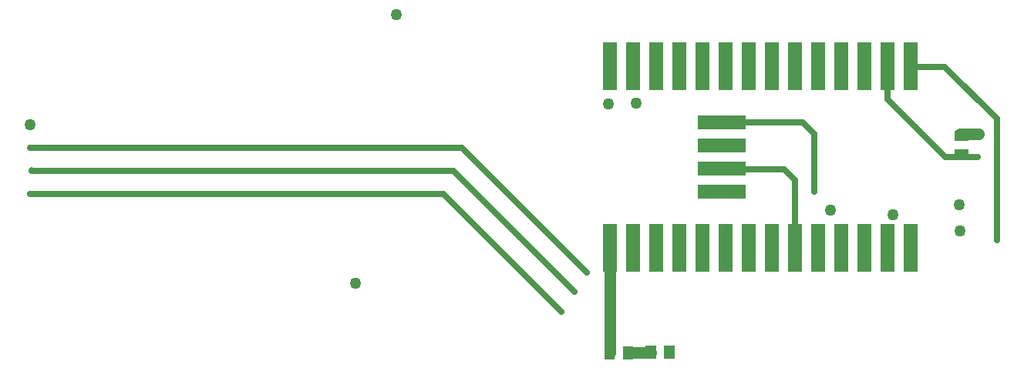
<source format=gbl>
G04 Layer: BottomLayer*
G04 EasyEDA v6.4.31, 2022-02-02 03:50:30*
G04 0b916ec405ec4e9094bbf8359c402fb2,658f5e24285b455797eae137c281a567,10*
G04 Gerber Generator version 0.2*
G04 Scale: 100 percent, Rotated: No, Reflected: No *
G04 Dimensions in millimeters *
G04 leading zeros omitted , absolute positions ,4 integer and 5 decimal *
%FSLAX45Y45*%
%MOMM*%

%ADD11C,0.6350*%
%ADD12C,1.2700*%

%LPD*%
D12*
X7101840Y-3522979D02*
G01*
X7101840Y-2373891D01*
X7105911Y-2369820D01*
D11*
X11353800Y-2283460D02*
G01*
X11351259Y-2283460D01*
X11351259Y-949960D01*
X10782300Y-381000D01*
X10414000Y-381000D01*
X8361685Y-375920D02*
G01*
X8361685Y-375920D01*
X8361679Y-375920D01*
X9017000Y-1506220D02*
G01*
X9017000Y-1506220D01*
X9138920Y-1628139D01*
X9137853Y-2369921D01*
X8333740Y-1506220D02*
G01*
X9017000Y-1506220D01*
X8333740Y-988060D02*
G01*
X9217659Y-988060D01*
X9349740Y-1120139D01*
X9349740Y-1755139D01*
D12*
X7551420Y-3517902D02*
G01*
X7307577Y-3517902D01*
D11*
X751837Y-1518920D02*
G01*
X5382259Y-1518920D01*
X6718300Y-2854960D01*
X739142Y-1772920D02*
G01*
X5273040Y-1772920D01*
X6570979Y-3070860D01*
X6854697Y-2644139D02*
G01*
X5475477Y-1264920D01*
X739139Y-1264920D01*
D12*
X10951463Y-1115060D02*
G01*
X11150600Y-1112520D01*
D11*
X10939779Y-1160779D02*
G01*
X11150600Y-1112520D01*
X10149840Y-378460D02*
G01*
X10149840Y-731520D01*
X10787379Y-1369060D01*
X11142979Y-1369060D01*
G36*
X11038662Y-1399108D02*
G01*
X11038662Y-1283106D01*
X10891672Y-1283106D01*
X10891672Y-1399108D01*
G37*
G36*
X11038662Y-1195908D02*
G01*
X11038662Y-1079906D01*
X10891672Y-1079906D01*
X10891672Y-1195908D01*
G37*
G36*
X7043839Y-3595479D02*
G01*
X7159840Y-3595479D01*
X7159840Y-3450480D01*
X7043839Y-3450480D01*
G37*
G36*
X7247039Y-3595479D02*
G01*
X7363040Y-3595479D01*
X7363040Y-3450480D01*
X7247039Y-3450480D01*
G37*
G36*
X7815160Y-3447940D02*
G01*
X7699159Y-3447940D01*
X7699159Y-3592939D01*
X7815160Y-3592939D01*
G37*
G36*
X7611960Y-3447940D02*
G01*
X7495959Y-3447940D01*
X7495959Y-3592939D01*
X7611960Y-3592939D01*
G37*
G36*
X10485120Y-634740D02*
G01*
X10485120Y-106939D01*
X10332720Y-106939D01*
X10332720Y-634740D01*
G37*
G36*
X10231120Y-634740D02*
G01*
X10231120Y-106939D01*
X10078720Y-106939D01*
X10078720Y-634740D01*
G37*
G36*
X9977120Y-634740D02*
G01*
X9977120Y-106939D01*
X9824720Y-106939D01*
X9824720Y-634740D01*
G37*
G36*
X9723120Y-634740D02*
G01*
X9723120Y-106939D01*
X9570720Y-106939D01*
X9570720Y-634740D01*
G37*
G36*
X9469120Y-634740D02*
G01*
X9469120Y-106939D01*
X9316720Y-106939D01*
X9316720Y-634740D01*
G37*
G36*
X9215120Y-634740D02*
G01*
X9215120Y-106939D01*
X9062720Y-106939D01*
X9062720Y-634740D01*
G37*
G36*
X8961120Y-634740D02*
G01*
X8961120Y-106939D01*
X8808720Y-106939D01*
X8808720Y-634740D01*
G37*
G36*
X8707120Y-634740D02*
G01*
X8707120Y-106939D01*
X8554720Y-106939D01*
X8554720Y-634740D01*
G37*
G36*
X8453120Y-634740D02*
G01*
X8453120Y-106939D01*
X8300720Y-106939D01*
X8300720Y-634740D01*
G37*
G36*
X8199120Y-634740D02*
G01*
X8199120Y-106939D01*
X8046720Y-106939D01*
X8046720Y-634740D01*
G37*
G36*
X7945120Y-634740D02*
G01*
X7945120Y-106939D01*
X7792720Y-106939D01*
X7792720Y-634740D01*
G37*
G36*
X7691120Y-634740D02*
G01*
X7691120Y-106939D01*
X7538720Y-106939D01*
X7538720Y-634740D01*
G37*
G36*
X7437120Y-634740D02*
G01*
X7437120Y-106939D01*
X7284720Y-106939D01*
X7284720Y-634740D01*
G37*
G36*
X7183120Y-634740D02*
G01*
X7183120Y-106939D01*
X7030720Y-106939D01*
X7030720Y-634740D01*
G37*
G36*
X10484060Y-2633819D02*
G01*
X10484060Y-2106018D01*
X10331660Y-2106018D01*
X10331660Y-2633819D01*
G37*
G36*
X10230060Y-2633819D02*
G01*
X10230060Y-2106018D01*
X10077660Y-2106018D01*
X10077660Y-2633819D01*
G37*
G36*
X9976060Y-2633819D02*
G01*
X9976060Y-2106018D01*
X9823660Y-2106018D01*
X9823660Y-2633819D01*
G37*
G36*
X9722060Y-2633819D02*
G01*
X9722060Y-2106018D01*
X9569660Y-2106018D01*
X9569660Y-2633819D01*
G37*
G36*
X9468060Y-2633819D02*
G01*
X9468060Y-2106018D01*
X9315660Y-2106018D01*
X9315660Y-2633819D01*
G37*
G36*
X9214060Y-2633819D02*
G01*
X9214060Y-2106018D01*
X9061660Y-2106018D01*
X9061660Y-2633819D01*
G37*
G36*
X8960060Y-2633819D02*
G01*
X8960060Y-2106018D01*
X8807660Y-2106018D01*
X8807660Y-2633819D01*
G37*
G36*
X8706060Y-2633819D02*
G01*
X8706060Y-2106018D01*
X8553660Y-2106018D01*
X8553660Y-2633819D01*
G37*
G36*
X8452060Y-2633819D02*
G01*
X8452060Y-2106018D01*
X8299660Y-2106018D01*
X8299660Y-2633819D01*
G37*
G36*
X8198060Y-2633819D02*
G01*
X8198060Y-2106018D01*
X8045660Y-2106018D01*
X8045660Y-2633819D01*
G37*
G36*
X7944060Y-2633819D02*
G01*
X7944060Y-2106018D01*
X7791660Y-2106018D01*
X7791660Y-2633819D01*
G37*
G36*
X7690060Y-2633819D02*
G01*
X7690060Y-2106018D01*
X7537660Y-2106018D01*
X7537660Y-2633819D01*
G37*
G36*
X7436060Y-2633819D02*
G01*
X7436060Y-2106018D01*
X7283660Y-2106018D01*
X7283660Y-2633819D01*
G37*
G36*
X7182060Y-2633819D02*
G01*
X7182060Y-2106018D01*
X7029660Y-2106018D01*
X7029660Y-2633819D01*
G37*
G36*
X8069839Y-1826260D02*
G01*
X8597640Y-1826260D01*
X8597640Y-1673860D01*
X8069839Y-1673860D01*
G37*
G36*
X8069839Y-1572260D02*
G01*
X8597640Y-1572260D01*
X8597640Y-1419860D01*
X8069839Y-1419860D01*
G37*
G36*
X8069839Y-1318260D02*
G01*
X8597640Y-1318260D01*
X8597640Y-1165860D01*
X8069839Y-1165860D01*
G37*
G36*
X8069839Y-1064260D02*
G01*
X8597640Y-1064260D01*
X8597640Y-911860D01*
X8069839Y-911860D01*
G37*
G01*
X9903459Y-276860D03*
G01*
X9646920Y-185420D03*
G01*
X9141459Y-586739D03*
G01*
X10154920Y-2534920D03*
D12*
G01*
X10944859Y-2184400D03*
G01*
X4757420Y195579D03*
G01*
X4312920Y-2758439D03*
G01*
X739139Y-1016000D03*
G01*
X7388859Y-779779D03*
G01*
X10939779Y-1897379D03*
D11*
G01*
X8882379Y-363220D03*
D12*
G01*
X7609840Y-2367279D03*
G01*
X7871459Y-2372360D03*
D11*
G01*
X8628379Y-368300D03*
G01*
X10408920Y-2519679D03*
G01*
X9392920Y-370839D03*
G01*
X11353800Y-2283460D03*
G01*
X8882379Y-2311400D03*
D12*
G01*
X10208259Y-2006600D03*
G01*
X9525000Y-1950720D03*
G01*
X7307579Y-3517900D03*
G01*
X7759700Y-3520439D03*
G01*
X7091679Y-782320D03*
G01*
X11150600Y-1112520D03*
D11*
G01*
X11145520Y-1366520D03*
G01*
X741679Y-1264920D03*
G01*
X751839Y-1516379D03*
G01*
X746760Y-1778000D03*
G01*
X6854748Y-2644139D03*
G01*
X6718300Y-2854960D03*
G01*
X6570979Y-3070860D03*
D12*
G01*
X8333740Y-1750060D03*
G01*
X8336279Y-1242060D03*
D11*
G01*
X9017000Y-1506220D03*
G01*
X9347200Y-1752600D03*
M02*

</source>
